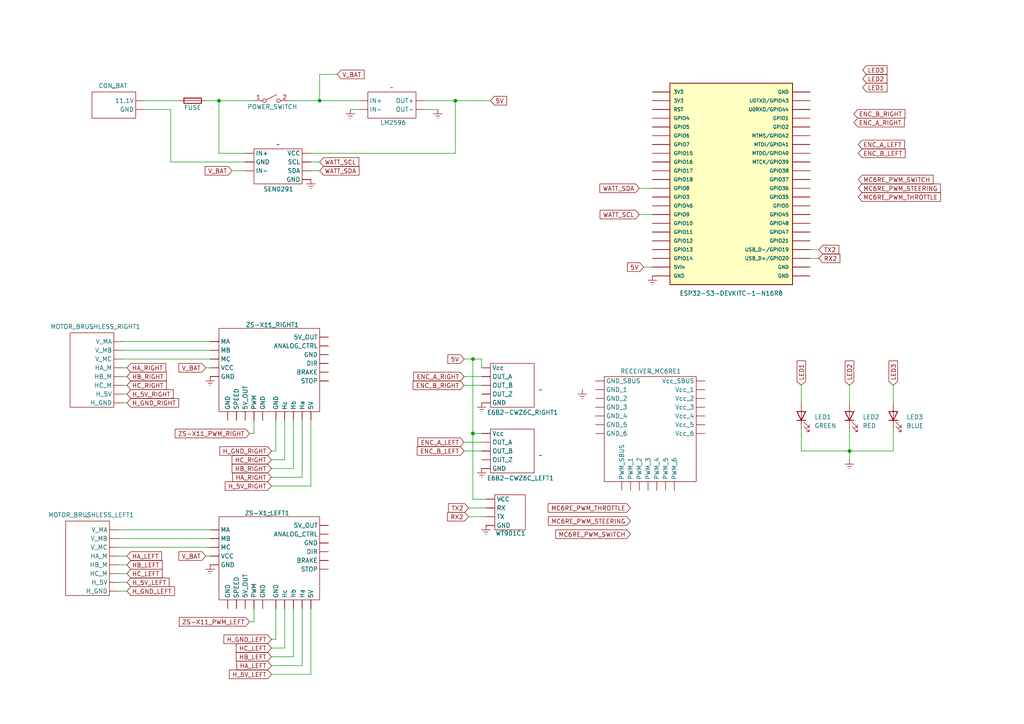
<source format=kicad_sch>
(kicad_sch (version 20250114) (generator "eeschema") (generator_version "9.0")
  (paper "A4")
  (lib_symbols
    (symbol "Device:Fuse" (pin_numbers (hide yes)) (pin_names (offset 0))
      (property "Reference" "F" (at 2.032 0 90))
      (property "Value" "Fuse" (at -1.905 0 90))
      (symbol "Fuse_0_1"
        (rectangle (start -0.762 -2.54) (end 0.762 2.54) (stroke (width 0.254)))
        (polyline (pts (xy 0 2.54) (xy 0 -2.54)))
      )
      (symbol "Fuse_1_1"
        (pin passive line (at 0 3.81 270) (length 1.27) (name "~") (number "1"))
        (pin passive line (at 0 -3.81 90) (length 1.27) (name "~") (number "2"))
      )
    )
    (symbol "Device:LED" (pin_numbers (hide yes)) (pin_names (offset 1.016) (hide yes))
      (property "Reference" "D" (at 0 2.54 0))
      (property "Value" "LED" (at 0 -2.54 0))
      (symbol "LED_0_1"
        (polyline (pts (xy -3.048 -0.762) (xy -4.572 -2.286) (xy -3.81 -2.286) (xy -4.572 -2.286) (xy -4.572 -1.524)))
        (polyline (pts (xy -1.778 -0.762) (xy -3.302 -2.286) (xy -2.54 -2.286) (xy -3.302 -2.286) (xy -3.302 -1.524)))
        (polyline (pts (xy -1.27 0) (xy 1.27 0)))
        (polyline (pts (xy -1.27 -1.27) (xy -1.27 1.27)) (stroke (width 0.254)))
        (polyline (pts (xy 1.27 -1.27) (xy 1.27 1.27) (xy -1.27 0) (xy 1.27 -1.27)) (stroke (width 0.254)))
      )
      (symbol "LED_1_1"
        (pin passive line (at -3.81 0 0) (length 2.54) (name "K") (number "1"))
        (pin passive line (at 3.81 0 180) (length 2.54) (name "A") (number "2"))
      )
    )
    (symbol "E6B2-CWZ6C_1"
      (property "Reference" "E6B2-CWZ6C" (at 1.27 -15.24 0))
      (symbol "E6B2-CWZ6C_1_0_1"
        (rectangle (start -5.08 -1.27) (end 7.62 -13.97))
      )
      (symbol "E6B2-CWZ6C_1_1_1"
        (pin power_in line (at -7.62 -2.54 0) (length 2.54) (name "Vcc") (number ""))
        (pin output line (at -7.62 -5.08 0) (length 2.54) (name "OUT_A") (number ""))
        (pin output line (at -7.62 -7.62 0) (length 2.54) (name "OUT_B") (number ""))
        (pin output line (at -7.62 -10.16 0) (length 2.54) (name "OUT_Z") (number ""))
        (pin power_in line (at -7.62 -12.7 0) (length 2.54) (name "GND") (number ""))
      )
    )
    (symbol "ESP32-S3-DEVKITC-1-N8R2:ESP32-S3-DEVKITC-1-N16R8" (pin_names (offset 1.016))
      (property "Value" "ESP32-S3-DEVKITC-1-N16R8" (at 0 -27.94 0))
      (symbol "ESP32-S3-DEVKITC-1-N16R8_0_0"
        (rectangle (start -17.78 33.02) (end 17.78 -25.4) (stroke (width 0.254)) (fill (type background)))
      )
      (symbol "ESP32-S3-DEVKITC-1-N16R8_1_0"
        (pin power_in line (at -22.86 30.48 0) (length 5.08) (name "3V3") (number ""))
        (pin power_in line (at -22.86 27.94 0) (length 5.08) (name "3V3") (number ""))
        (pin input line (at -22.86 25.4 0) (length 5.08) (name "RST") (number ""))
        (pin bidirectional line (at -22.86 22.86 0) (length 5.08) (name "GPIO4") (number ""))
        (pin bidirectional line (at -22.86 20.32 0) (length 5.08) (name "GPIO5") (number ""))
        (pin bidirectional line (at -22.86 17.78 0) (length 5.08) (name "GPIO6") (number ""))
        (pin bidirectional line (at -22.86 15.24 0) (length 5.08) (name "GPIO7") (number ""))
        (pin bidirectional line (at -22.86 12.7 0) (length 5.08) (name "GPIO15") (number ""))
        (pin bidirectional line (at -22.86 10.16 0) (length 5.08) (name "GPIO16") (number ""))
        (pin bidirectional line (at -22.86 7.62 0) (length 5.08) (name "GPIO17") (number ""))
        (pin bidirectional line (at -22.86 5.08 0) (length 5.08) (name "GPIO18") (number ""))
        (pin bidirectional line (at -22.86 2.54 0) (length 5.08) (name "GPIO8") (number ""))
        (pin bidirectional line (at -22.86 0 0) (length 5.08) (name "GPIO3") (number ""))
        (pin bidirectional line (at -22.86 -2.54 0) (length 5.08) (name "GPIO46") (number ""))
        (pin bidirectional line (at -22.86 -5.08 0) (length 5.08) (name "GPIO9") (number ""))
        (pin bidirectional line (at -22.86 -7.62 0) (length 5.08) (name "GPIO10") (number ""))
        (pin bidirectional line (at -22.86 -10.16 0) (length 5.08) (name "GPIO11") (number ""))
        (pin bidirectional line (at -22.86 -12.7 0) (length 5.08) (name "GPIO12") (number ""))
        (pin bidirectional line (at -22.86 -15.24 0) (length 5.08) (name "GPIO13") (number ""))
        (pin bidirectional line (at -22.86 -17.78 0) (length 5.08) (name "GPIO14") (number ""))
        (pin power_in line (at -22.86 -20.32 0) (length 5.08) (name "5Vin") (number ""))
        (pin power_in line (at -22.86 -22.86 0) (length 5.08) (name "GND") (number ""))
        (pin power_in line (at 22.86 30.48 180) (length 5.08) (name "GND") (number ""))
        (pin bidirectional line (at 22.86 27.94 180) (length 5.08) (name "U0TXD/GPIO43") (number ""))
        (pin bidirectional line (at 22.86 25.4 180) (length 5.08) (name "U0RXD/GPIO44") (number ""))
        (pin bidirectional line (at 22.86 22.86 180) (length 5.08) (name "GPIO1") (number ""))
        (pin bidirectional line (at 22.86 20.32 180) (length 5.08) (name "GPIO2") (number ""))
        (pin bidirectional line (at 22.86 17.78 180) (length 5.08) (name "MTMS/GPIO42") (number ""))
        (pin bidirectional line (at 22.86 15.24 180) (length 5.08) (name "MTDI/GPIO41") (number ""))
        (pin bidirectional line (at 22.86 12.7 180) (length 5.08) (name "MTDO/GPIO40") (number ""))
        (pin bidirectional line (at 22.86 10.16 180) (length 5.08) (name "MTCK/GPIO39") (number ""))
        (pin bidirectional line (at 22.86 7.62 180) (length 5.08) (name "GPIO38") (number ""))
        (pin bidirectional line (at 22.86 5.08 180) (length 5.08) (name "GPIO37") (number ""))
        (pin bidirectional line (at 22.86 2.54 180) (length 5.08) (name "GPIO36") (number ""))
        (pin bidirectional line (at 22.86 0 180) (length 5.08) (name "GPIO35") (number ""))
        (pin bidirectional line (at 22.86 -2.54 180) (length 5.08) (name "GPIO0") (number ""))
        (pin bidirectional line (at 22.86 -5.08 180) (length 5.08) (name "GPIO45") (number ""))
        (pin bidirectional line (at 22.86 -7.62 180) (length 5.08) (name "GPIO48") (number ""))
        (pin bidirectional line (at 22.86 -10.16 180) (length 5.08) (name "GPIO47") (number ""))
        (pin bidirectional line (at 22.86 -12.7 180) (length 5.08) (name "GPIO21") (number ""))
        (pin bidirectional line (at 22.86 -15.24 180) (length 5.08) (name "USB_D-/GPIO19") (number ""))
        (pin bidirectional line (at 22.86 -17.78 180) (length 5.08) (name "USB_D+/GPIO20") (number ""))
        (pin power_in line (at 22.86 -20.32 180) (length 5.08) (name "GND") (number ""))
        (pin power_in line (at 22.86 -22.86 180) (length 5.08) (name "GND") (number ""))
      )
    )
    (symbol "MOTOR_BRUSSLESS_1"
      (property "Reference" "MOTOR_BRUSHLESS_LEFT1" (at -1.524 -2.032 0))
      (property "Value" "~" (at -2.54 -2.54 0))
      (symbol "MOTOR_BRUSSLESS_1_0_1"
        (rectangle (start -8.89 -3.81) (end 3.81 -25.4))
      )
      (symbol "MOTOR_BRUSSLESS_1_1_1"
        (pin power_in line (at 6.35 -6.35 180) (length 2.54) (name "V_MA") (number ""))
        (pin power_in line (at 6.35 -8.89 180) (length 2.54) (name "V_MB") (number ""))
        (pin power_in line (at 6.35 -11.43 180) (length 2.54) (name "V_MC") (number ""))
        (pin output line (at 6.35 -13.97 180) (length 2.54) (name "HA_M") (number ""))
        (pin output line (at 6.35 -16.51 180) (length 2.54) (name "HB_M") (number ""))
        (pin output line (at 6.35 -19.05 180) (length 2.54) (name "HC_M") (number ""))
        (pin power_in line (at 6.35 -21.59 180) (length 2.54) (name "H_5V") (number ""))
        (pin power_in line (at 6.35 -24.13 180) (length 2.54) (name "H_GND") (number ""))
      )
    )
    (symbol "MOTOR_BRUSSLESS_2"
      (property "Reference" "MOTOR_BRUSHLESS_LEFT1" (at -1.524 -2.032 0))
      (property "Value" "~" (at -2.54 -2.54 0))
      (symbol "MOTOR_BRUSSLESS_2_0_1"
        (rectangle (start -8.89 -3.81) (end 3.81 -25.4))
      )
      (symbol "MOTOR_BRUSSLESS_2_1_1"
        (pin power_in line (at 6.35 -6.35 180) (length 2.54) (name "V_MA") (number ""))
        (pin power_in line (at 6.35 -8.89 180) (length 2.54) (name "V_MB") (number ""))
        (pin power_in line (at 6.35 -11.43 180) (length 2.54) (name "V_MC") (number ""))
        (pin output line (at 6.35 -13.97 180) (length 2.54) (name "HA_M") (number ""))
        (pin output line (at 6.35 -16.51 180) (length 2.54) (name "HB_M") (number ""))
        (pin output line (at 6.35 -19.05 180) (length 2.54) (name "HC_M") (number ""))
        (pin power_in line (at 6.35 -21.59 180) (length 2.54) (name "H_5V") (number ""))
        (pin power_in line (at 6.35 -24.13 180) (length 2.54) (name "H_GND") (number ""))
      )
    )
    (symbol "Switch:SW_DPST_x2" (pin_names (offset 0) (hide yes))
      (property "Reference" "SW" (at 0 3.175 0))
      (property "Value" "SW_DPST_x2" (at 0 -2.54 0))
      (symbol "SW_DPST_x2_0_0"
        (circle (center -2.032 0) (radius 0.508))
        (polyline (pts (xy -1.524 0.254) (xy 1.524 1.778)))
        (circle (center 2.032 0) (radius 0.508))
      )
      (symbol "SW_DPST_x2_1_1"
        (pin passive line (at -5.08 0 0) (length 2.54) (name "A") (number "1"))
        (pin passive line (at 5.08 0 180) (length 2.54) (name "B") (number "2"))
      )
      (symbol "SW_DPST_x2_2_1"
        (pin passive line (at -5.08 0 0) (length 2.54) (name "A") (number "3"))
        (pin passive line (at 5.08 0 180) (length 2.54) (name "B") (number "4"))
      )
    )
    (symbol "ZS-X11_1"
      (property "Reference" "ZS-X11" (at -9.652 -1.016 0))
      (symbol "ZS-X11_1_0_1"
        (rectangle (start -24.13 -2.54) (end 5.08 -26.67))
      )
      (symbol "ZS-X11_1_1_0"
        (pin power_in line (at -26.67 -6.35 0) (length 2.54) (name "MA") (number ""))
        (pin power_out line (at -26.67 -8.89 0) (length 2.54) (name "MB") (number ""))
        (pin power_in line (at -26.67 -11.43 0) (length 2.54) (name "MC") (number ""))
        (pin power_in line (at -26.67 -13.97 0) (length 2.54) (name "VCC") (number ""))
        (pin power_in line (at -26.67 -16.51 0) (length 2.54) (name "GND") (number ""))
        (pin power_out line (at -21.59 -29.21 90) (length 2.54) (name "GND") (number ""))
        (pin input line (at -19.05 -29.21 90) (length 2.54) (name "SPEED") (number ""))
        (pin power_out line (at -16.51 -29.21 90) (length 2.54) (name "5V_OUT") (number ""))
        (pin power_out line (at -13.97 -29.21 90) (length 2.54) (name "PWM") (number ""))
        (pin power_out line (at -11.43 -29.21 90) (length 2.54) (name "GND") (number ""))
        (pin power_out line (at -7.62 -29.21 90) (length 2.54) (name "GND") (number ""))
        (pin output line (at -5.08 -29.21 90) (length 2.54) (name "Hc") (number ""))
        (pin output line (at -2.54 -29.21 90) (length 2.54) (name "Hb") (number ""))
        (pin output line (at 0 -29.21 90) (length 2.54) (name "Ha") (number ""))
        (pin power_out line (at 2.54 -29.21 90) (length 2.54) (name "5V") (number ""))
        (pin power_in line (at 7.62 -10.16 180) (length 2.54) (name "GND") (number ""))
        (pin input line (at 7.62 -12.7 180) (length 2.54) (name "DIR") (number ""))
        (pin input line (at 7.62 -15.24 180) (length 2.54) (name "BRAKE") (number ""))
        (pin input line (at 7.62 -17.78 180) (length 2.54) (name "STOP") (number ""))
      )
      (symbol "ZS-X11_1_1_1"
        (pin power_out line (at 7.62 -5.08 180) (length 2.54) (name "5V_OUT") (number ""))
        (pin output line (at 7.62 -7.62 180) (length 2.54) (name "ANALOG_CTRL") (number ""))
      )
    )
    (symbol "mario:CON_BAT"
      (property "Reference" "CON_BAT" (at -2.032 1.524 0))
      (property "Value" "~" (at -3.81 1.27 0))
      (symbol "CON_BAT_0_1"
        (rectangle (start -8.89 0) (end 3.81 -7.62))
      )
      (symbol "CON_BAT_1_1"
        (pin power_in line (at 6.35 -2.54 180) (length 2.54) (name "11.1V") (number ""))
        (pin power_in line (at 6.35 -5.08 180) (length 2.54) (name "GND") (number ""))
      )
    )
    (symbol "mario:E6B2-CWZ6C"
      (property "Reference" "E6B2-CWZ6C" (at 1.27 -15.24 0))
      (symbol "E6B2-CWZ6C_0_1"
        (rectangle (start -5.08 -1.27) (end 7.62 -13.97))
      )
      (symbol "E6B2-CWZ6C_1_1"
        (pin power_in line (at -7.62 -2.54 0) (length 2.54) (name "Vcc") (number ""))
        (pin output line (at -7.62 -5.08 0) (length 2.54) (name "OUT_A") (number ""))
        (pin output line (at -7.62 -7.62 0) (length 2.54) (name "OUT_B") (number ""))
        (pin output line (at -7.62 -10.16 0) (length 2.54) (name "OUT_Z") (number ""))
        (pin power_in line (at -7.62 -12.7 0) (length 2.54) (name "GND") (number ""))
      )
    )
    (symbol "mario:LM295"
      (property "Reference" "LM295" (at 2.032 -1.524 0))
      (symbol "LM295_0_1"
        (rectangle (start -5.08 -2.54) (end 8.89 -10.16))
      )
      (symbol "LM295_1_1"
        (pin power_in line (at -7.62 -5.08 0) (length 2.54) (name "IN+") (number ""))
        (pin power_in line (at -7.62 -7.62 0) (length 2.54) (name "IN-") (number ""))
        (pin power_in line (at 11.43 -5.08 180) (length 2.54) (name "OUT+") (number ""))
        (pin power_in line (at 11.43 -7.62 180) (length 2.54) (name "OUT-") (number ""))
      )
    )
    (symbol "mario:MC6RE"
      (symbol "MC6RE_0_1"
        (rectangle (start -21.59 6.35) (end 5.08 -24.13))
      )
      (symbol "MC6RE_1_1"
        (pin power_in line (at -24.13 5.08 0) (length 2.54) (name "GND_SBUS") (number ""))
        (pin power_in line (at -24.13 2.54 0) (length 2.54) (name "GND_1") (number ""))
        (pin power_in line (at -24.13 0 0) (length 2.54) (name "GND_2") (number ""))
        (pin power_in line (at -24.13 -2.54 0) (length 2.54) (name "GND_3") (number ""))
        (pin power_in line (at -24.13 -5.08 0) (length 2.54) (name "GND_4") (number ""))
        (pin power_in line (at -24.13 -7.62 0) (length 2.54) (name "GND_5") (number ""))
        (pin power_in line (at -24.13 -10.16 0) (length 2.54) (name "GND_6") (number ""))
        (pin power_in line (at -16.51 -26.67 90) (length 2.54) (name "PWM_SBUS") (number ""))
        (pin power_in line (at -13.97 -26.67 90) (length 2.54) (name "PWM_1") (number ""))
        (pin power_in line (at -11.43 -26.67 90) (length 2.54) (name "PWM_2") (number ""))
        (pin power_in line (at -8.89 -26.67 90) (length 2.54) (name "PWM_3") (number ""))
        (pin power_in line (at -6.35 -26.67 90) (length 2.54) (name "PWM_4") (number ""))
        (pin power_in line (at -3.81 -26.67 90) (length 2.54) (name "PWM_5") (number ""))
        (pin power_in line (at -1.27 -26.67 90) (length 2.54) (name "PWM_6") (number ""))
        (pin power_in line (at 7.62 5.08 180) (length 2.54) (name "Vcc_SBUS") (number ""))
        (pin power_in line (at 7.62 2.54 180) (length 2.54) (name "Vcc_1") (number ""))
        (pin power_in line (at 7.62 0 180) (length 2.54) (name "Vcc_2") (number ""))
        (pin power_in line (at 7.62 -2.54 180) (length 2.54) (name "Vcc_3") (number ""))
        (pin power_in line (at 7.62 -5.08 180) (length 2.54) (name "Vcc_4") (number ""))
        (pin power_in line (at 7.62 -7.62 180) (length 2.54) (name "Vcc_5") (number ""))
        (pin power_in line (at 7.62 -10.16 180) (length 2.54) (name "Vcc_6") (number ""))
      )
    )
    (symbol "mario:SEN0291"
      (property "Reference" "SEN0291" (at 2.032 -15.494 0))
      (property "Value" "~" (at 1.905 -2.54 0))
      (symbol "SEN0291_0_1"
        (rectangle (start -5.08 -3.81) (end 8.89 -13.97))
      )
      (symbol "SEN0291_1_0"
        (pin power_in line (at -7.62 -7.62 0) (length 2.54) (name "GND") (number ""))
        (pin output line (at 11.43 -7.62 180) (length 2.54) (name "SCL") (number ""))
        (pin bidirectional line (at 11.43 -10.16 180) (length 2.54) (name "SDA") (number ""))
      )
      (symbol "SEN0291_1_1"
        (pin input line (at -7.62 -5.08 0) (length 2.54) (name "IN+") (number ""))
        (pin input line (at -7.62 -10.16 0) (length 2.54) (name "IN-") (number ""))
        (pin power_in line (at 11.43 -5.08 180) (length 2.54) (name "VCC") (number ""))
        (pin power_in line (at 11.43 -12.7 180) (length 2.54) (name "GND") (number ""))
      )
    )
    (symbol "mario:WT901C"
      (property "Reference" "WT901C1" (at 2.032 -11.176 0))
      (property "Value" "~" (at -0.635 -1.27 0))
      (symbol "WT901C_0_1"
        (rectangle (start 6.35 -10.16) (end -2.54 0))
      )
      (symbol "WT901C_1_0"
        (pin output line (at -5.08 -6.35 0) (length 2.54) (name "TX") (number ""))
        (pin power_in line (at -5.08 -8.89 0) (length 2.54) (name "GND") (number ""))
      )
      (symbol "WT901C_1_1"
        (pin power_in line (at -5.08 -1.27 0) (length 2.54) (name "VCC") (number ""))
        (pin input line (at -5.08 -3.81 0) (length 2.54) (name "RX") (number ""))
      )
    )
    (symbol "mario:ZS-X11"
      (property "Reference" "ZS-X11" (at -9.652 -1.016 0))
      (symbol "ZS-X11_0_1"
        (rectangle (start -24.13 -2.54) (end 5.08 -26.67))
      )
      (symbol "ZS-X11_1_0"
        (pin power_in line (at -26.67 -6.35 0) (length 2.54) (name "MA") (number ""))
        (pin power_out line (at -26.67 -8.89 0) (length 2.54) (name "MB") (number ""))
        (pin power_in line (at -26.67 -11.43 0) (length 2.54) (name "MC") (number ""))
        (pin power_in line (at -26.67 -13.97 0) (length 2.54) (name "VCC") (number ""))
        (pin power_in line (at -26.67 -16.51 0) (length 2.54) (name "GND") (number ""))
        (pin power_out line (at -21.59 -29.21 90) (length 2.54) (name "GND") (number ""))
        (pin input line (at -19.05 -29.21 90) (length 2.54) (name "SPEED") (number ""))
        (pin power_out line (at -16.51 -29.21 90) (length 2.54) (name "5V_OUT") (number ""))
        (pin power_out line (at -13.97 -29.21 90) (length 2.54) (name "PWM") (number ""))
        (pin power_out line (at -11.43 -29.21 90) (length 2.54) (name "GND") (number ""))
        (pin power_out line (at -7.62 -29.21 90) (length 2.54) (name "GND") (number ""))
        (pin output line (at -5.08 -29.21 90) (length 2.54) (name "Hc") (number ""))
        (pin output line (at -2.54 -29.21 90) (length 2.54) (name "Hb") (number ""))
        (pin output line (at 0 -29.21 90) (length 2.54) (name "Ha") (number ""))
        (pin power_out line (at 2.54 -29.21 90) (length 2.54) (name "5V") (number ""))
        (pin power_in line (at 7.62 -10.16 180) (length 2.54) (name "GND") (number ""))
        (pin input line (at 7.62 -12.7 180) (length 2.54) (name "DIR") (number ""))
        (pin input line (at 7.62 -15.24 180) (length 2.54) (name "BRAKE") (number ""))
        (pin input line (at 7.62 -17.78 180) (length 2.54) (name "STOP") (number ""))
      )
      (symbol "ZS-X11_1_1"
        (pin power_out line (at 7.62 -5.08 180) (length 2.54) (name "5V_OUT") (number ""))
        (pin output line (at 7.62 -7.62 180) (length 2.54) (name "ANALOG_CTRL") (number ""))
      )
    )
    (symbol "power:Earth" (power) (pin_numbers (hide yes)) (pin_names (offset 0) (hide yes))
      (property "Value" "Earth" (at 0 -3.81 0))
      (symbol "Earth_0_1"
        (polyline (pts (xy -0.635 -1.905) (xy 0.635 -1.905)))
        (polyline (pts (xy -0.127 -2.54) (xy 0.127 -2.54)))
        (polyline (pts (xy 0 -1.27) (xy 0 0)))
        (polyline (pts (xy 1.27 -1.27) (xy -1.27 -1.27)))
      )
      (symbol "Earth_1_1"
        (pin power_in line (at 0 0 270) (length 0) (name "~") (number "1"))
      )
    )
  )
  (junction (at 132.08 29.21))
  (junction (at 63.5 29.21))
  (junction (at 246.38 130.81))
  (junction (at 137.16 125.73))
  (junction (at 137.16 104.14))
  (junction (at 92.71 29.21))
  (wire (pts (xy 97.79 21.59) (xy 92.71 21.59)))
  (wire (pts (xy 134.62 104.14) (xy 137.16 104.14)))
  (wire (pts (xy 82.55 121.92) (xy 82.55 133.35)))
  (wire (pts (xy 92.71 21.59) (xy 92.71 29.21)))
  (wire (pts (xy 34.29 156.21) (xy 60.96 156.21)))
  (wire (pts (xy 78.74 195.58) (xy 90.17 195.58)))
  (wire (pts (xy 234.95 72.39) (xy 237.49 72.39)))
  (wire (pts (xy 41.91 31.75) (xy 49.53 31.75)))
  (wire (pts (xy 73.66 125.73) (xy 72.39 125.73)))
  (wire (pts (xy 90.17 46.99) (xy 92.71 46.99)))
  (wire (pts (xy 78.74 133.35) (xy 82.55 133.35)))
  (wire (pts (xy 259.08 111.76) (xy 259.08 116.84)))
  (wire (pts (xy 35.56 99.06) (xy 60.96 99.06)))
  (wire (pts (xy 85.09 121.92) (xy 85.09 135.89)))
  (wire (pts (xy 78.74 185.42) (xy 80.01 185.42)))
  (wire (pts (xy 78.74 187.96) (xy 82.55 187.96)))
  (wire (pts (xy 59.69 161.29) (xy 60.96 161.29)))
  (wire (pts (xy 134.62 130.81) (xy 139.7 130.81)))
  (wire (pts (xy 123.19 29.21) (xy 132.08 29.21)))
  (wire (pts (xy 34.29 171.45) (xy 36.83 171.45)))
  (wire (pts (xy 185.42 54.61) (xy 189.23 54.61)))
  (wire (pts (xy 34.29 166.37) (xy 36.83 166.37)))
  (wire (pts (xy 73.66 121.92) (xy 73.66 125.73)))
  (wire (pts (xy 83.82 29.21) (xy 92.71 29.21)))
  (wire (pts (xy 101.6 31.75) (xy 104.14 31.75)))
  (wire (pts (xy 35.56 114.3) (xy 36.83 114.3)))
  (wire (pts (xy 85.09 135.89) (xy 78.74 135.89)))
  (wire (pts (xy 135.89 149.86) (xy 140.97 149.86)))
  (wire (pts (xy 87.63 121.92) (xy 87.63 138.43)))
  (wire (pts (xy 185.42 62.23) (xy 189.23 62.23)))
  (wire (pts (xy 134.62 111.76) (xy 139.7 111.76)))
  (wire (pts (xy 134.62 128.27) (xy 139.7 128.27)))
  (wire (pts (xy 35.56 104.14) (xy 60.96 104.14)))
  (wire (pts (xy 49.53 31.75) (xy 49.53 46.99)))
  (wire (pts (xy 59.69 29.21) (xy 63.5 29.21)))
  (wire (pts (xy 71.12 44.45) (xy 63.5 44.45)))
  (wire (pts (xy 234.95 74.93) (xy 237.49 74.93)))
  (wire (pts (xy 90.17 49.53) (xy 92.71 49.53)))
  (wire (pts (xy 134.62 109.22) (xy 139.7 109.22)))
  (wire (pts (xy 78.74 193.04) (xy 87.63 193.04)))
  (wire (pts (xy 34.29 163.83) (xy 36.83 163.83)))
  (wire (pts (xy 87.63 193.04) (xy 87.63 176.53)))
  (wire (pts (xy 139.7 104.14) (xy 139.7 106.68)))
  (wire (pts (xy 35.56 116.84) (xy 36.83 116.84)))
  (wire (pts (xy 35.56 101.6) (xy 60.96 101.6)))
  (wire (pts (xy 132.08 29.21) (xy 142.24 29.21)))
  (wire (pts (xy 232.41 124.46) (xy 232.41 130.81)))
  (wire (pts (xy 259.08 124.46) (xy 259.08 130.81)))
  (wire (pts (xy 41.91 29.21) (xy 52.07 29.21)))
  (wire (pts (xy 137.16 104.14) (xy 137.16 125.73)))
  (wire (pts (xy 85.09 176.53) (xy 85.09 190.5)))
  (wire (pts (xy 63.5 44.45) (xy 63.5 29.21)))
  (wire (pts (xy 259.08 130.81) (xy 246.38 130.81)))
  (wire (pts (xy 34.29 153.67) (xy 60.96 153.67)))
  (wire (pts (xy 135.89 147.32) (xy 140.97 147.32)))
  (wire (pts (xy 35.56 106.68) (xy 36.83 106.68)))
  (wire (pts (xy 82.55 187.96) (xy 82.55 176.53)))
  (wire (pts (xy 72.39 180.34) (xy 73.66 180.34)))
  (wire (pts (xy 186.69 77.47) (xy 189.23 77.47)))
  (wire (pts (xy 78.74 138.43) (xy 87.63 138.43)))
  (wire (pts (xy 34.29 168.91) (xy 36.83 168.91)))
  (wire (pts (xy 90.17 44.45) (xy 132.08 44.45)))
  (wire (pts (xy 78.74 130.81) (xy 80.01 130.81)))
  (wire (pts (xy 80.01 121.92) (xy 80.01 130.81)))
  (wire (pts (xy 67.31 49.53) (xy 71.12 49.53)))
  (wire (pts (xy 246.38 111.76) (xy 246.38 116.84)))
  (wire (pts (xy 49.53 46.99) (xy 71.12 46.99)))
  (wire (pts (xy 137.16 104.14) (xy 139.7 104.14)))
  (wire (pts (xy 137.16 144.78) (xy 140.97 144.78)))
  (wire (pts (xy 80.01 176.53) (xy 80.01 185.42)))
  (wire (pts (xy 35.56 109.22) (xy 36.83 109.22)))
  (wire (pts (xy 85.09 190.5) (xy 78.74 190.5)))
  (wire (pts (xy 246.38 124.46) (xy 246.38 130.81)))
  (wire (pts (xy 60.96 106.68) (xy 59.69 106.68)))
  (wire (pts (xy 123.19 31.75) (xy 127 31.75)))
  (wire (pts (xy 137.16 125.73) (xy 139.7 125.73)))
  (wire (pts (xy 90.17 121.92) (xy 90.17 140.97)))
  (wire (pts (xy 34.29 158.75) (xy 60.96 158.75)))
  (wire (pts (xy 232.41 111.76) (xy 232.41 116.84)))
  (wire (pts (xy 73.66 180.34) (xy 73.66 176.53)))
  (wire (pts (xy 34.29 161.29) (xy 36.83 161.29)))
  (wire (pts (xy 92.71 29.21) (xy 104.14 29.21)))
  (wire (pts (xy 90.17 195.58) (xy 90.17 176.53)))
  (wire (pts (xy 63.5 29.21) (xy 73.66 29.21)))
  (wire (pts (xy 246.38 133.35) (xy 246.38 130.81)))
  (wire (pts (xy 132.08 29.21) (xy 132.08 44.45)))
  (wire (pts (xy 78.74 140.97) (xy 90.17 140.97)))
  (wire (pts (xy 232.41 130.81) (xy 246.38 130.81)))
  (wire (pts (xy 137.16 125.73) (xy 137.16 144.78)))
  (wire (pts (xy 35.56 111.76) (xy 36.83 111.76)))
  (global_label "ENC_B_LEFT" (shape input) (at 134.62 130.81 180) (property "Intersheetrefs" "${INTERSHEET_REFS}" (effects (hide yes))))
  (global_label "WATT_SCL" (shape input) (at 185.42 62.23 180) (property "Intersheetrefs" "${INTERSHEET_REFS}" (effects (hide yes))))
  (global_label "TX2" (shape input) (at 237.49 72.39 0) (property "Intersheetrefs" "${INTERSHEET_REFS}" (effects (hide yes))))
  (global_label "MC6RE_PWM_STEERING" (shape input) (at 248.92 54.61 0) (property "Intersheetrefs" "${INTERSHEET_REFS}" (effects (hide yes))))
  (global_label "5V" (shape input) (at 134.62 104.14 180) (property "Intersheetrefs" "${INTERSHEET_REFS}" (effects (hide yes))))
  (global_label "V_BAT" (shape input) (at 59.69 161.29 180) (property "Intersheetrefs" "${INTERSHEET_REFS}" (effects (hide yes))))
  (global_label "H_5V_LEFT" (shape input) (at 36.83 168.91 0) (property "Intersheetrefs" "${INTERSHEET_REFS}" (effects (hide yes))))
  (global_label "H_GND_LEFT" (shape input) (at 78.74 185.42 180) (property "Intersheetrefs" "${INTERSHEET_REFS}" (effects (hide yes))))
  (global_label "HB_LEFT" (shape input) (at 36.83 163.83 0) (property "Intersheetrefs" "${INTERSHEET_REFS}" (effects (hide yes))))
  (global_label "WATT_SDA" (shape input) (at 185.42 54.61 180) (property "Intersheetrefs" "${INTERSHEET_REFS}" (effects (hide yes))))
  (global_label "HA_LEFT" (shape input) (at 78.74 193.04 180) (property "Intersheetrefs" "${INTERSHEET_REFS}" (effects (hide yes))))
  (global_label "ENC_A_RIGHT" (shape input) (at 247.65 35.56 0) (property "Intersheetrefs" "${INTERSHEET_REFS}" (effects (hide yes))))
  (global_label "H_5V_LEFT" (shape input) (at 78.74 195.58 180) (property "Intersheetrefs" "${INTERSHEET_REFS}" (effects (hide yes))))
  (global_label "HB_RIGHT" (shape input) (at 36.83 109.22 0) (property "Intersheetrefs" "${INTERSHEET_REFS}" (effects (hide yes))))
  (global_label "TX2" (shape input) (at 135.89 147.32 180) (property "Intersheetrefs" "${INTERSHEET_REFS}" (effects (hide yes))))
  (global_label "5V" (shape input) (at 186.69 77.47 180) (property "Intersheetrefs" "${INTERSHEET_REFS}" (effects (hide yes))))
  (global_label "H_GND_RIGHT" (shape input) (at 78.74 130.81 180) (property "Intersheetrefs" "${INTERSHEET_REFS}" (effects (hide yes))))
  (global_label "HA_RIGHT" (shape input) (at 78.74 138.43 180) (property "Intersheetrefs" "${INTERSHEET_REFS}" (effects (hide yes))))
  (global_label "ENC_A_RIGHT" (shape input) (at 134.62 109.22 180) (property "Intersheetrefs" "${INTERSHEET_REFS}" (effects (hide yes))))
  (global_label "MC6RE_PWM_THROTTLE" (shape input) (at 182.88 147.32 180) (property "Intersheetrefs" "${INTERSHEET_REFS}" (effects (hide yes))))
  (global_label "HA_RIGHT" (shape input) (at 36.83 106.68 0) (property "Intersheetrefs" "${INTERSHEET_REFS}" (effects (hide yes))))
  (global_label "V_BAT" (shape input) (at 59.69 106.68 180) (property "Intersheetrefs" "${INTERSHEET_REFS}" (effects (hide yes))))
  (global_label "5V" (shape input) (at 142.24 29.21 0) (property "Intersheetrefs" "${INTERSHEET_REFS}" (effects (hide yes))))
  (global_label "HA_LEFT" (shape input) (at 36.83 161.29 0) (property "Intersheetrefs" "${INTERSHEET_REFS}" (effects (hide yes))))
  (global_label "RX2" (shape input) (at 237.49 74.93 0) (property "Intersheetrefs" "${INTERSHEET_REFS}" (effects (hide yes))))
  (global_label "MC6RE_PWM_THROTTLE" (shape input) (at 248.92 57.15 0) (property "Intersheetrefs" "${INTERSHEET_REFS}" (effects (hide yes))))
  (global_label "V_BAT" (shape input) (at 97.79 21.59 0) (property "Intersheetrefs" "${INTERSHEET_REFS}" (effects (hide yes))))
  (global_label "MC6RE_PWM_SWITCH" (shape input) (at 248.92 52.07 0) (property "Intersheetrefs" "${INTERSHEET_REFS}" (effects (hide yes))))
  (global_label "ZS-X11_PWM_RIGHT" (shape input) (at 72.39 125.73 180) (property "Intersheetrefs" "${INTERSHEET_REFS}" (effects (hide yes))))
  (global_label "H_5V_RIGHT" (shape input) (at 36.83 114.3 0) (property "Intersheetrefs" "${INTERSHEET_REFS}" (effects (hide yes))))
  (global_label "HB_LEFT" (shape input) (at 78.74 190.5 180) (property "Intersheetrefs" "${INTERSHEET_REFS}" (effects (hide yes))))
  (global_label "V_BAT" (shape input) (at 67.31 49.53 180) (property "Intersheetrefs" "${INTERSHEET_REFS}" (effects (hide yes))))
  (global_label "MC6RE_PWM_STEERING" (shape input) (at 182.88 151.13 180) (property "Intersheetrefs" "${INTERSHEET_REFS}" (effects (hide yes))))
  (global_label "ENC_A_LEFT" (shape input) (at 248.92 41.91 0) (property "Intersheetrefs" "${INTERSHEET_REFS}" (effects (hide yes))))
  (global_label "HC_RIGHT" (shape input) (at 78.74 133.35 180) (property "Intersheetrefs" "${INTERSHEET_REFS}" (effects (hide yes))))
  (global_label "LED3" (shape input) (at 259.08 111.76 90) (property "Intersheetrefs" "${INTERSHEET_REFS}" (effects (hide yes))))
  (global_label "H_5V_RIGHT" (shape input) (at 78.74 140.97 180) (property "Intersheetrefs" "${INTERSHEET_REFS}" (effects (hide yes))))
  (global_label "ENC_B_RIGHT" (shape input) (at 134.62 111.76 180) (property "Intersheetrefs" "${INTERSHEET_REFS}" (effects (hide yes))))
  (global_label "H_GND_RIGHT" (shape input) (at 36.83 116.84 0) (property "Intersheetrefs" "${INTERSHEET_REFS}" (effects (hide yes))))
  (global_label "HB_RIGHT" (shape input) (at 78.74 135.89 180) (property "Intersheetrefs" "${INTERSHEET_REFS}" (effects (hide yes))))
  (global_label "HC_LEFT" (shape input) (at 36.83 166.37 0) (property "Intersheetrefs" "${INTERSHEET_REFS}" (effects (hide yes))))
  (global_label "H_GND_LEFT" (shape input) (at 36.83 171.45 0) (property "Intersheetrefs" "${INTERSHEET_REFS}" (effects (hide yes))))
  (global_label "HC_RIGHT" (shape input) (at 36.83 111.76 0) (property "Intersheetrefs" "${INTERSHEET_REFS}" (effects (hide yes))))
  (global_label "WATT_SCL" (shape input) (at 92.71 46.99 0) (property "Intersheetrefs" "${INTERSHEET_REFS}" (effects (hide yes))))
  (global_label "LED3" (shape input) (at 250.19 20.32 0) (property "Intersheetrefs" "${INTERSHEET_REFS}" (effects (hide yes))))
  (global_label "LED2" (shape input) (at 250.19 22.86 0) (property "Intersheetrefs" "${INTERSHEET_REFS}" (effects (hide yes))))
  (global_label "HC_LEFT" (shape input) (at 78.74 187.96 180) (property "Intersheetrefs" "${INTERSHEET_REFS}" (effects (hide yes))))
  (global_label "LED1" (shape input) (at 232.41 111.76 90) (property "Intersheetrefs" "${INTERSHEET_REFS}" (effects (hide yes))))
  (global_label "LED2" (shape input) (at 246.38 111.76 90) (property "Intersheetrefs" "${INTERSHEET_REFS}" (effects (hide yes))))
  (global_label "MC6RE_PWM_SWITCH" (shape input) (at 182.88 154.94 180) (property "Intersheetrefs" "${INTERSHEET_REFS}" (effects (hide yes))))
  (global_label "ZS-X11_PWM_LEFT" (shape input) (at 72.39 180.34 180) (property "Intersheetrefs" "${INTERSHEET_REFS}" (effects (hide yes))))
  (global_label "ENC_B_RIGHT" (shape input) (at 247.65 33.02 0) (property "Intersheetrefs" "${INTERSHEET_REFS}" (effects (hide yes))))
  (global_label "WATT_SDA" (shape input) (at 92.71 49.53 0) (property "Intersheetrefs" "${INTERSHEET_REFS}" (effects (hide yes))))
  (global_label "ENC_B_LEFT" (shape input) (at 248.92 44.45 0) (property "Intersheetrefs" "${INTERSHEET_REFS}" (effects (hide yes))))
  (global_label "LED1" (shape input) (at 250.19 25.4 0) (property "Intersheetrefs" "${INTERSHEET_REFS}" (effects (hide yes))))
  (global_label "RX2" (shape input) (at 135.89 149.86 180) (property "Intersheetrefs" "${INTERSHEET_REFS}" (effects (hide yes))))
  (global_label "ENC_A_LEFT" (shape input) (at 134.62 128.27 180) (property "Intersheetrefs" "${INTERSHEET_REFS}" (effects (hide yes))))
  (symbol (lib_id "mario:WT901C") (at 146.05 143.51 0) (unit 1)
    (property "Reference" "WT901C1" (at 148.082 154.686 0))
    (property "Value" "~" (at 145.415 144.78 0))
  )
  (symbol (lib_id "mario:MC6RE") (at 196.85 115.57 0) (unit 1)
    (property "Reference" "RECEIVER_MC6RE1" (at 188.722 107.696 0))
    (property "Value" "~" (at 188.595 107.95 0))
  )
  (symbol (lib_name "MOTOR_BRUSSLESS_2") (lib_id "mario:MOTOR_BRUSSLESS") (at 29.21 92.71 0) (unit 1)
    (property "Reference" "MOTOR_BRUSHLESS_RIGHT1" (at 27.686 94.742 0))
    (property "Value" "~" (at 26.67 95.25 0))
  )
  (symbol (lib_name "MOTOR_BRUSSLESS_1") (lib_id "mario:MOTOR_BRUSSLESS") (at 27.94 147.32 0) (unit 1)
    (property "Reference" "MOTOR_BRUSHLESS_LEFT1" (at 26.416 149.352 0))
    (property "Value" "~" (at 25.4 149.86 0))
  )
  (symbol (lib_id "ESP32-S3-DEVKITC-1-N8R2:ESP32-S3-DEVKITC-1-N16R8") (at 212.09 57.15 0) (unit 1)
    (property "Reference" "U1" (effects (hide yes)))
    (property "Value" "ESP32-S3-DEVKITC-1-N16R8" (at 212.09 85.09 0))
    (property "Footprint" "ESP32-S3-DEVKITC-1-N8R2:XCVR_ESP32-S3-DEVKITC-1-N8R2" (effects (hide yes)))
    (property "MF" "Espressif Systems" (effects (hide yes)))
    (property "Description_1" "WiFi Development Tools - 802.11 ESP32-S3 general-purpose development board, embeds ESP32-S3-WROOM-1-N8R2, with pin header" (effects (hide yes)))
    (property "Package" "None" (effects (hide yes)))
    (property "Price" "None" (effects (hide yes)))
    (property "Check_prices" "https://www.snapeda.com/parts/ESP32-S3-DEVKITC-1-N8R2/Espressif+Systems/view-part/?ref=eda" (effects (hide yes)))
    (property "STANDARD" "Manufacturer Recommendations" (effects (hide yes)))
    (property "PARTREV" "V1" (effects (hide yes)))
    (property "SnapEDA_Link" "https://www.snapeda.com/parts/ESP32-S3-DEVKITC-1-N8R2/Espressif+Systems/view-part/?ref=snap" (effects (hide yes)))
    (property "MP" "ESP32-S3-DEVKITC-1-N8R2" (effects (hide yes)))
    (property "Availability" "In Stock" (effects (hide yes)))
    (property "MANUFACTURER" "Espressif" (effects (hide yes)))
  )
  (symbol (lib_id "power:Earth") (at 189.23 80.01 0) (unit 1)
    (property "Reference" "#PWR010" (effects (hide yes)))
    (property "Value" "Earth" (effects (hide yes)))
    (property "Description" "Power symbol creates a global label with name \"Earth\"" (effects (hide yes)))
  )
  (symbol (lib_id "power:Earth") (at 127 31.75 0) (unit 1)
    (property "Reference" "#PWR05" (effects (hide yes)))
    (property "Value" "Earth" (effects (hide yes)))
    (property "Description" "Power symbol creates a global label with name \"Earth\"" (effects (hide yes)))
  )
  (symbol (lib_id "mario:E6B2-CWZ6C") (at 147.32 104.14 0) (unit 1)
    (property "Reference" "E6B2-CWZ6C_RIGHT1" (at 141.224 119.634 0) (effects (justify left)))
    (property "Value" "~" (at 156.21 113.03 0) (effects (justify left)))
  )
  (symbol (lib_id "power:Earth") (at 90.17 52.07 0) (unit 1)
    (property "Reference" "#PWR03" (effects (hide yes)))
    (property "Value" "Earth" (effects (hide yes)))
    (property "Description" "Power symbol creates a global label with name \"Earth\"" (effects (hide yes)))
  )
  (symbol (lib_id "Device:LED") (at 259.08 120.65 90) (unit 1)
    (property "Reference" "LED3" (at 262.89 120.9674 90) (effects (justify right)))
    (property "Value" "BLUE" (at 262.89 123.5074 90) (effects (justify right)))
    (property "Footprint" "LED_THT:LED_D3.0mm" (effects (hide yes)))
    (property "Description" "Light emitting diode" (effects (hide yes)))
    (property "Sim.Pins" "1=K 2=A" (effects (hide yes)))
  )
  (symbol (lib_id "power:Earth") (at 139.7 116.84 0) (unit 1)
    (property "Reference" "#PWR06" (effects (hide yes)))
    (property "Value" "Earth" (effects (hide yes)))
    (property "Description" "Power symbol creates a global label with name \"Earth\"" (effects (hide yes)))
  )
  (symbol (lib_id "Switch:SW_DPST_x2") (at 78.74 29.21 0) (unit 1)
    (property "Reference" "SW1" (effects (hide yes)))
    (property "Value" "POWER_SWITCH" (at 78.994 30.988 0))
    (property "Footprint" "TestPoint:TestPoint_Bridge_Pitch2.0mm_Drill0.7mm" (effects (hide yes)))
    (property "Description" "Single Pole Single Throw (SPST) switch, separate symbol" (effects (hide yes)))
  )
  (symbol (lib_id "power:Earth") (at 246.38 133.35 0) (unit 1)
    (property "Reference" "#PWR011" (effects (hide yes)))
    (property "Value" "Earth" (effects (hide yes)))
    (property "Description" "Power symbol creates a global label with name \"Earth\"" (effects (hide yes)))
  )
  (symbol (lib_id "Device:Fuse") (at 55.88 29.21 90) (unit 1)
    (property "Reference" "F1" (effects (hide yes)))
    (property "Value" "FUSE" (at 55.88 31.242 90))
    (property "Footprint" "TestPoint:TestPoint_Bridge_Pitch2.0mm_Drill0.7mm" (effects (hide yes)))
    (property "Description" "Fuse" (effects (hide yes)))
  )
  (symbol (lib_name "ZS-X11_1") (lib_id "mario:ZS-X11") (at 87.63 147.32 0) (unit 1)
    (property "Reference" "ZS-X1_LEFT1" (at 77.47 148.844 0))
    (property "Value" "~" (at 78.105 148.59 0))
  )
  (symbol (lib_id "mario:CON_BAT") (at 35.56 26.67 0) (unit 1)
    (property "Reference" "CON_BAT" (at 32.766 24.892 0))
    (property "Value" "~" (at 33.02 25.4 0))
    (property "Footprint" "Connector_AMASS:AMASS_XT60-F_1x02_P7.20mm_Vertical" (effects (hide yes)))
  )
  (symbol (lib_id "Device:LED") (at 232.41 120.65 90) (unit 1)
    (property "Reference" "LED1" (at 236.22 120.9674 90) (effects (justify right)))
    (property "Value" "GREEN" (at 236.22 123.5074 90) (effects (justify right)))
    (property "Footprint" "LED_THT:LED_D3.0mm" (effects (hide yes)))
    (property "Description" "Light emitting diode" (effects (hide yes)))
    (property "Sim.Pins" "1=K 2=A" (effects (hide yes)))
  )
  (symbol (lib_id "mario:SEN0291") (at 78.74 39.37 0) (unit 1)
    (property "Reference" "SEN0291" (at 80.772 54.864 0))
    (property "Value" "~" (at 80.645 41.91 0))
  )
  (symbol (lib_id "mario:LM295") (at 111.76 24.13 0) (unit 1)
    (property "Reference" "LM2596" (at 114.046 35.56 0))
    (property "Value" "~" (at 113.665 25.4 0))
  )
  (symbol (lib_id "power:Earth") (at 60.96 109.22 0) (unit 1)
    (property "Reference" "#PWR01" (effects (hide yes)))
    (property "Value" "Earth" (effects (hide yes)))
    (property "Description" "Power symbol creates a global label with name \"Earth\"" (effects (hide yes)))
  )
  (symbol (lib_id "power:Earth") (at 140.97 152.4 0) (unit 1)
    (property "Reference" "#PWR08" (effects (hide yes)))
    (property "Value" "Earth" (effects (hide yes)))
    (property "Description" "Power symbol creates a global label with name \"Earth\"" (effects (hide yes)))
  )
  (symbol (lib_id "power:Earth") (at 168.91 113.03 0) (unit 1)
    (property "Reference" "#PWR09" (effects (hide yes)))
    (property "Value" "Earth" (effects (hide yes)))
    (property "Description" "Power symbol creates a global label with name \"Earth\"" (effects (hide yes)))
  )
  (symbol (lib_id "Device:LED") (at 246.38 120.65 90) (unit 1)
    (property "Reference" "LED2" (at 250.19 120.9674 90) (effects (justify right)))
    (property "Value" "RED" (at 250.19 123.5074 90) (effects (justify right)))
    (property "Footprint" "LED_THT:LED_D3.0mm" (effects (hide yes)))
    (property "Description" "Light emitting diode" (effects (hide yes)))
    (property "Sim.Pins" "1=K 2=A" (effects (hide yes)))
  )
  (symbol (lib_id "power:Earth") (at 60.96 163.83 0) (unit 1)
    (property "Reference" "#PWR02" (effects (hide yes)))
    (property "Value" "Earth" (effects (hide yes)))
    (property "Description" "Power symbol creates a global label with name \"Earth\"" (effects (hide yes)))
  )
  (symbol (lib_name "E6B2-CWZ6C_1") (lib_id "mario:E6B2-CWZ6C") (at 147.32 123.19 0) (unit 1)
    (property "Reference" "E6B2-CWZ6C_LEFT1" (at 141.224 138.684 0) (effects (justify left)))
    (property "Value" "~" (at 156.21 132.08 0) (effects (justify left)))
  )
  (symbol (lib_id "power:Earth") (at 139.7 135.89 0) (unit 1)
    (property "Reference" "#PWR07" (effects (hide yes)))
    (property "Value" "Earth" (effects (hide yes)))
    (property "Description" "Power symbol creates a global label with name \"Earth\"" (effects (hide yes)))
  )
  (symbol (lib_id "mario:ZS-X11") (at 87.63 92.71 0) (unit 1)
    (property "Reference" "ZS-X11_RIGHT1" (at 78.994 94.234 0))
    (property "Value" "~" (at 78.105 93.98 0))
  )
  (symbol (lib_id "power:Earth") (at 101.6 31.75 0) (unit 1)
    (property "Reference" "#PWR04" (effects (hide yes)))
    (property "Value" "Earth" (effects (hide yes)))
    (property "Description" "Power symbol creates a global label with name \"Earth\"" (effects (hide yes)))
  )
)
</source>
